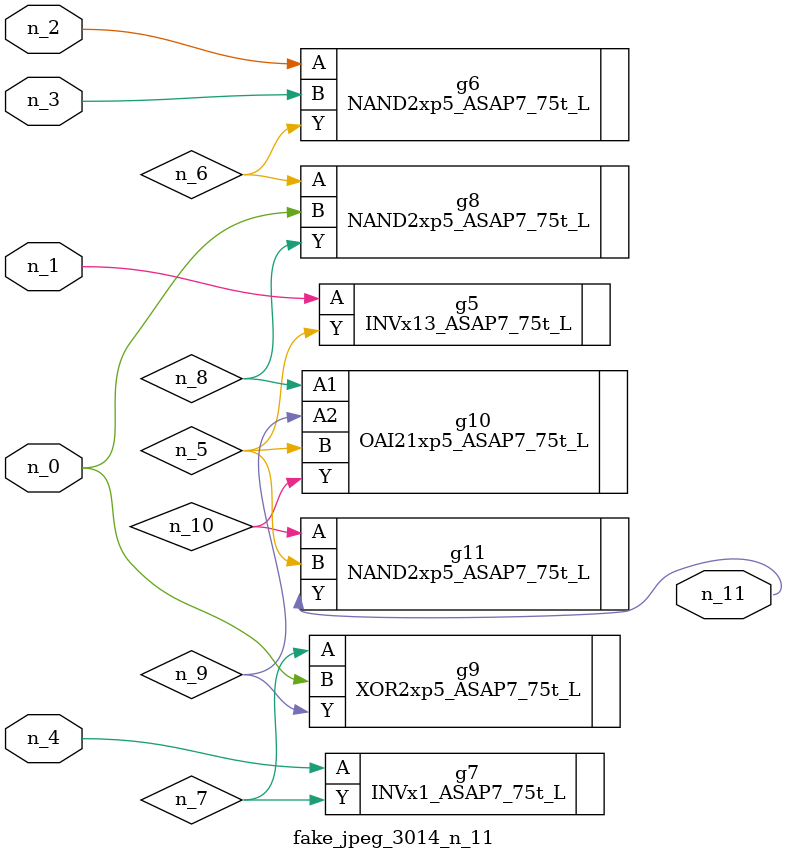
<source format=v>
module fake_jpeg_3014_n_11 (n_3, n_2, n_1, n_0, n_4, n_11);

input n_3;
input n_2;
input n_1;
input n_0;
input n_4;

output n_11;

wire n_10;
wire n_8;
wire n_9;
wire n_6;
wire n_5;
wire n_7;

INVx13_ASAP7_75t_L g5 ( 
.A(n_1),
.Y(n_5)
);

NAND2xp5_ASAP7_75t_L g6 ( 
.A(n_2),
.B(n_3),
.Y(n_6)
);

INVx1_ASAP7_75t_L g7 ( 
.A(n_4),
.Y(n_7)
);

NAND2xp5_ASAP7_75t_L g8 ( 
.A(n_6),
.B(n_0),
.Y(n_8)
);

OAI21xp5_ASAP7_75t_L g10 ( 
.A1(n_8),
.A2(n_9),
.B(n_5),
.Y(n_10)
);

XOR2xp5_ASAP7_75t_L g9 ( 
.A(n_7),
.B(n_0),
.Y(n_9)
);

NAND2xp5_ASAP7_75t_L g11 ( 
.A(n_10),
.B(n_5),
.Y(n_11)
);


endmodule
</source>
